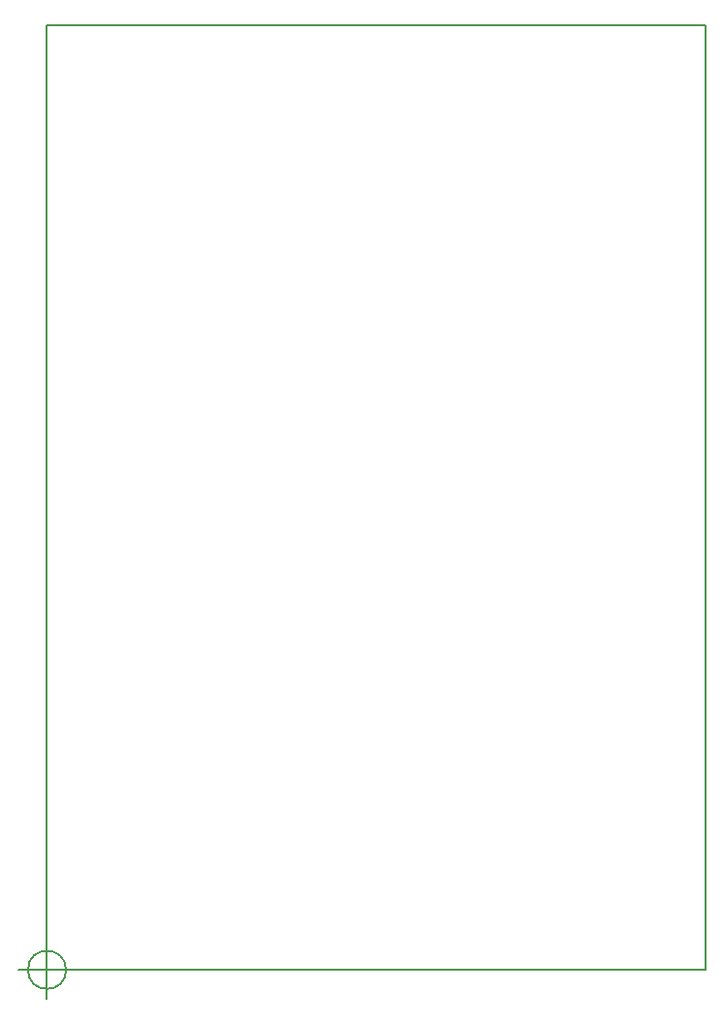
<source format=gbr>
G04 #@! TF.GenerationSoftware,KiCad,Pcbnew,5.0.0-rc2-unknown-bfa8903~65~ubuntu16.04.1*
G04 #@! TF.CreationDate,2018-06-03T14:39:05-05:00*
G04 #@! TF.ProjectId,omega-dock-new,6F6D6567612D646F636B2D6E65772E6B,rev?*
G04 #@! TF.SameCoordinates,Original*
G04 #@! TF.FileFunction,Profile,NP*
%FSLAX46Y46*%
G04 Gerber Fmt 4.6, Leading zero omitted, Abs format (unit mm)*
G04 Created by KiCad (PCBNEW 5.0.0-rc2-unknown-bfa8903~65~ubuntu16.04.1) date Sun Jun  3 14:39:05 2018*
%MOMM*%
%LPD*%
G01*
G04 APERTURE LIST*
%ADD10C,0.200000*%
G04 APERTURE END LIST*
D10*
X113166666Y-141000000D02*
G75*
G03X113166666Y-141000000I-1666666J0D01*
G01*
X109000000Y-141000000D02*
X114000000Y-141000000D01*
X111500000Y-138500000D02*
X111500000Y-143500000D01*
X111500000Y-58500000D02*
X114000000Y-58500000D01*
X111500000Y-141000000D02*
X111500000Y-58500000D01*
X114000000Y-141000000D02*
X111500000Y-141000000D01*
X169000000Y-141000000D02*
X114000000Y-141000000D01*
X169000000Y-58500000D02*
X169000000Y-141000000D01*
X114000000Y-58500000D02*
X169000000Y-58500000D01*
M02*

</source>
